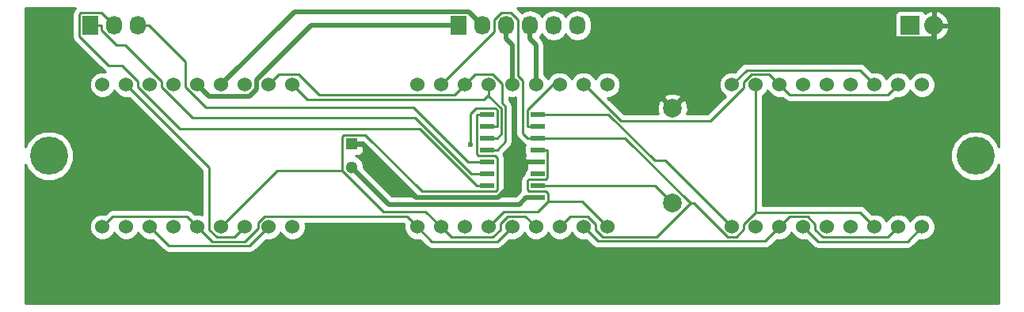
<source format=gbl>
G04 #@! TF.FileFunction,Copper,L2,Bot,Signal*
%FSLAX46Y46*%
G04 Gerber Fmt 4.6, Leading zero omitted, Abs format (unit mm)*
G04 Created by KiCad (PCBNEW (2015-07-22 BZR 5980)-product) date Thursday, August 27, 2015 'AMt' 07:54:42 AM*
%MOMM*%
G01*
G04 APERTURE LIST*
%ADD10C,0.100000*%
%ADD11R,1.300000X1.300000*%
%ADD12C,1.300000*%
%ADD13R,1.727200X2.032000*%
%ADD14O,1.727200X2.032000*%
%ADD15R,2.032000X2.032000*%
%ADD16O,2.032000X2.032000*%
%ADD17C,4.064000*%
%ADD18C,1.998980*%
%ADD19C,1.524000*%
%ADD20R,1.500000X0.600000*%
%ADD21C,0.600000*%
%ADD22C,0.250000*%
%ADD23C,0.500000*%
%ADD24C,0.254000*%
G04 APERTURE END LIST*
D10*
D11*
X114300000Y-106680000D03*
D12*
X114300000Y-109180000D03*
D13*
X86360000Y-93980000D03*
D14*
X88900000Y-93980000D03*
X91440000Y-93980000D03*
D13*
X125730000Y-93980000D03*
D14*
X128270000Y-93980000D03*
X130810000Y-93980000D03*
X133350000Y-93980000D03*
X135890000Y-93980000D03*
X138430000Y-93980000D03*
D15*
X173990000Y-93980000D03*
D16*
X176530000Y-93980000D03*
D17*
X180975000Y-107950000D03*
X81915000Y-107950000D03*
D18*
X148590000Y-102870000D03*
X148590000Y-113030000D03*
D19*
X87630000Y-115570000D03*
X90170000Y-115570000D03*
X92710000Y-115570000D03*
X95250000Y-115570000D03*
X97790000Y-115570000D03*
X100330000Y-115570000D03*
X102870000Y-115570000D03*
X105410000Y-115570000D03*
X107950000Y-115570000D03*
X107950000Y-100330000D03*
X105410000Y-100330000D03*
X102870000Y-100330000D03*
X100330000Y-100330000D03*
X97790000Y-100330000D03*
X95250000Y-100330000D03*
X92710000Y-100330000D03*
X90170000Y-100330000D03*
X87630000Y-100330000D03*
X121285000Y-115570000D03*
X123825000Y-115570000D03*
X126365000Y-115570000D03*
X128905000Y-115570000D03*
X131445000Y-115570000D03*
X133985000Y-115570000D03*
X136525000Y-115570000D03*
X139065000Y-115570000D03*
X141605000Y-115570000D03*
X141605000Y-100330000D03*
X139065000Y-100330000D03*
X136525000Y-100330000D03*
X133985000Y-100330000D03*
X131445000Y-100330000D03*
X128905000Y-100330000D03*
X126365000Y-100330000D03*
X123825000Y-100330000D03*
X121285000Y-100330000D03*
X154940000Y-115570000D03*
X157480000Y-115570000D03*
X160020000Y-115570000D03*
X162560000Y-115570000D03*
X165100000Y-115570000D03*
X167640000Y-115570000D03*
X170180000Y-115570000D03*
X172720000Y-115570000D03*
X175260000Y-115570000D03*
X175260000Y-100330000D03*
X172720000Y-100330000D03*
X170180000Y-100330000D03*
X167640000Y-100330000D03*
X165100000Y-100330000D03*
X162560000Y-100330000D03*
X160020000Y-100330000D03*
X157480000Y-100330000D03*
X154940000Y-100330000D03*
D20*
X128745000Y-112395000D03*
X128745000Y-111125000D03*
X128745000Y-109855000D03*
X128745000Y-108585000D03*
X128745000Y-107315000D03*
X128745000Y-106045000D03*
X128745000Y-104775000D03*
X128745000Y-103505000D03*
X134145000Y-103505000D03*
X134145000Y-104775000D03*
X134145000Y-106045000D03*
X134145000Y-107315000D03*
X134145000Y-108585000D03*
X134145000Y-109855000D03*
X134145000Y-111125000D03*
X134145000Y-112395000D03*
D21*
X127019400Y-106759100D03*
D22*
X96697000Y-114477000D02*
X97790000Y-115570000D01*
X88723000Y-114477000D02*
X96697000Y-114477000D01*
X87630000Y-115570000D02*
X88723000Y-114477000D01*
X129871900Y-117143100D02*
X131445000Y-115570000D01*
X122858100Y-117143100D02*
X129871900Y-117143100D01*
X121285000Y-115570000D02*
X122858100Y-117143100D01*
X147830000Y-108460000D02*
X154940000Y-115570000D01*
X146677100Y-108460000D02*
X147830000Y-108460000D01*
X141722100Y-103505000D02*
X146677100Y-108460000D01*
X134145000Y-103505000D02*
X141722100Y-103505000D01*
X99353500Y-117133500D02*
X97790000Y-115570000D01*
X102871800Y-117133500D02*
X99353500Y-117133500D01*
X104299400Y-115705900D02*
X102871800Y-117133500D01*
X104299400Y-115142800D02*
X104299400Y-115705900D01*
X104959600Y-114482600D02*
X104299400Y-115142800D01*
X120197600Y-114482600D02*
X104959600Y-114482600D01*
X121285000Y-115570000D02*
X120197600Y-114482600D01*
X106341800Y-109558200D02*
X100330000Y-115570000D01*
X113269300Y-109558200D02*
X106341800Y-109558200D01*
X128745000Y-103505000D02*
X127669700Y-103505000D01*
X127669700Y-107794900D02*
X127669700Y-103505000D01*
X127834500Y-107959700D02*
X127669700Y-107794900D01*
X129629800Y-107959700D02*
X127834500Y-107959700D01*
X129820400Y-108150300D02*
X129629800Y-107959700D01*
X129820400Y-111590000D02*
X129820400Y-108150300D01*
X129660000Y-111750400D02*
X129820400Y-111590000D01*
X121793900Y-111750400D02*
X129660000Y-111750400D01*
X115748100Y-105704600D02*
X121793900Y-111750400D01*
X113462200Y-105704600D02*
X115748100Y-105704600D01*
X113269300Y-105897500D02*
X113462200Y-105704600D01*
X113269300Y-109558200D02*
X113269300Y-105897500D01*
X122197400Y-113942400D02*
X123825000Y-115570000D01*
X117653500Y-113942400D02*
X122197400Y-113942400D01*
X113269300Y-109558200D02*
X117653500Y-113942400D01*
X132861900Y-114446900D02*
X133985000Y-115570000D01*
X130986700Y-114446900D02*
X132861900Y-114446900D01*
X130175000Y-115258600D02*
X130986700Y-114446900D01*
X130175000Y-115870000D02*
X130175000Y-115258600D01*
X129352300Y-116692700D02*
X130175000Y-115870000D01*
X124947700Y-116692700D02*
X129352300Y-116692700D01*
X123825000Y-115570000D02*
X124947700Y-116692700D01*
X128745000Y-104775000D02*
X129820300Y-104775000D01*
X161114500Y-114475500D02*
X160020000Y-115570000D01*
X163014700Y-114475500D02*
X161114500Y-114475500D01*
X163830000Y-115290800D02*
X163014700Y-114475500D01*
X163830000Y-115861000D02*
X163830000Y-115290800D01*
X164661700Y-116692700D02*
X163830000Y-115861000D01*
X171597300Y-116692700D02*
X164661700Y-116692700D01*
X172720000Y-115570000D02*
X171597300Y-116692700D01*
X158469200Y-117120800D02*
X160020000Y-115570000D01*
X140615800Y-117120800D02*
X158469200Y-117120800D01*
X139065000Y-115570000D02*
X140615800Y-117120800D01*
X127019400Y-103417400D02*
X127019400Y-106759100D01*
X127583900Y-102852900D02*
X127019400Y-103417400D01*
X129613400Y-102852900D02*
X127583900Y-102852900D01*
X129820300Y-103059800D02*
X129613400Y-102852900D01*
X129820300Y-104775000D02*
X129820300Y-103059800D01*
X94733500Y-117593500D02*
X92710000Y-115570000D01*
X103386500Y-117593500D02*
X94733500Y-117593500D01*
X105410000Y-115570000D02*
X103386500Y-117593500D01*
X173686900Y-117143100D02*
X175260000Y-115570000D01*
X164133100Y-117143100D02*
X173686900Y-117143100D01*
X162560000Y-115570000D02*
X164133100Y-117143100D01*
X134145000Y-107315000D02*
X135220300Y-107315000D01*
X138903100Y-112868100D02*
X141605000Y-115570000D01*
X135272600Y-112868100D02*
X138903100Y-112868100D01*
X135272600Y-112012400D02*
X135272600Y-112868100D01*
X135010600Y-111750400D02*
X135272600Y-112012400D01*
X133260300Y-111750400D02*
X135010600Y-111750400D01*
X133069600Y-111559700D02*
X133260300Y-111750400D01*
X133069600Y-110611000D02*
X133069600Y-111559700D01*
X133200200Y-110480400D02*
X133069600Y-110611000D01*
X135029700Y-110480400D02*
X133200200Y-110480400D01*
X135220300Y-110289800D02*
X135029700Y-110480400D01*
X135220300Y-107315000D02*
X135220300Y-110289800D01*
X130532600Y-113942400D02*
X128905000Y-115570000D01*
X134198300Y-113942400D02*
X130532600Y-113942400D01*
X135272600Y-112868100D02*
X134198300Y-113942400D01*
X129540000Y-94615000D02*
X123825000Y-100330000D01*
X129540000Y-93363800D02*
X129540000Y-94615000D01*
X130322600Y-92581200D02*
X129540000Y-93363800D01*
X131319200Y-92581200D02*
X130322600Y-92581200D01*
X132080000Y-93342000D02*
X131319200Y-92581200D01*
X132080000Y-99427100D02*
X132080000Y-93342000D01*
X132576800Y-99923900D02*
X132080000Y-99427100D01*
X132576800Y-105552100D02*
X132576800Y-99923900D01*
X133069700Y-106045000D02*
X132576800Y-105552100D01*
X134145000Y-106045000D02*
X133069700Y-106045000D01*
X99060000Y-109220000D02*
X90170000Y-100330000D01*
X99060000Y-115870000D02*
X99060000Y-109220000D01*
X99847900Y-116657900D02*
X99060000Y-115870000D01*
X101782100Y-116657900D02*
X99847900Y-116657900D01*
X102870000Y-115570000D02*
X101782100Y-116657900D01*
X157480000Y-113993300D02*
X157480000Y-100330000D01*
X168603300Y-113993300D02*
X170180000Y-115570000D01*
X157480000Y-113993300D02*
X168603300Y-113993300D01*
X143519700Y-106045000D02*
X150509400Y-113034600D01*
X134145000Y-106045000D02*
X143519700Y-106045000D01*
X150866900Y-113034600D02*
X150509400Y-113034600D01*
X154489600Y-116657300D02*
X150866900Y-113034600D01*
X155390500Y-116657300D02*
X154489600Y-116657300D01*
X156210000Y-115837800D02*
X155390500Y-116657300D01*
X156210000Y-115263300D02*
X156210000Y-115837800D01*
X157480000Y-113993300D02*
X156210000Y-115263300D01*
X137616600Y-114478400D02*
X136525000Y-115570000D01*
X139526600Y-114478400D02*
X137616600Y-114478400D01*
X140335000Y-115286800D02*
X139526600Y-114478400D01*
X140335000Y-115870000D02*
X140335000Y-115286800D01*
X141135400Y-116670400D02*
X140335000Y-115870000D01*
X146873600Y-116670400D02*
X141135400Y-116670400D01*
X150509400Y-113034600D02*
X146873600Y-116670400D01*
X128745000Y-106045000D02*
X129820300Y-106045000D01*
X130270600Y-102873200D02*
X128885700Y-101488300D01*
X130270600Y-105594700D02*
X130270600Y-102873200D01*
X129820300Y-106045000D02*
X130270600Y-105594700D01*
X128905000Y-101469000D02*
X128905000Y-100330000D01*
X128885700Y-101488300D02*
X128905000Y-101469000D01*
X128454700Y-101919300D02*
X128885700Y-101488300D01*
X109539300Y-101919300D02*
X128454700Y-101919300D01*
X107950000Y-100330000D02*
X109539300Y-101919300D01*
X171630400Y-101419600D02*
X172720000Y-100330000D01*
X161109600Y-101419600D02*
X171630400Y-101419600D01*
X160020000Y-100330000D02*
X161109600Y-101419600D01*
X128745000Y-107315000D02*
X129820300Y-107315000D01*
X139184000Y-100330000D02*
X139065000Y-100330000D01*
X143058200Y-104204200D02*
X139184000Y-100330000D01*
X152635800Y-104204200D02*
X143058200Y-104204200D01*
X156210000Y-100630000D02*
X152635800Y-104204200D01*
X156210000Y-100045600D02*
X156210000Y-100630000D01*
X157030700Y-99224900D02*
X156210000Y-100045600D01*
X158914900Y-99224900D02*
X157030700Y-99224900D01*
X160020000Y-100330000D02*
X158914900Y-99224900D01*
X127461300Y-99233700D02*
X126365000Y-100330000D01*
X129371200Y-99233700D02*
X127461300Y-99233700D01*
X130329200Y-100191700D02*
X129371200Y-99233700D01*
X130329200Y-102294900D02*
X130329200Y-100191700D01*
X130720900Y-102686600D02*
X130329200Y-102294900D01*
X130720900Y-106414400D02*
X130720900Y-102686600D01*
X129820300Y-107315000D02*
X130720900Y-106414400D01*
X106524300Y-99215700D02*
X105410000Y-100330000D01*
X108615900Y-99215700D02*
X106524300Y-99215700D01*
X110817600Y-101417400D02*
X108615900Y-99215700D01*
X125277600Y-101417400D02*
X110817600Y-101417400D01*
X126365000Y-100330000D02*
X125277600Y-101417400D01*
X156495500Y-98774500D02*
X154940000Y-100330000D01*
X168624500Y-98774500D02*
X156495500Y-98774500D01*
X170180000Y-100330000D02*
X168624500Y-98774500D01*
X135805200Y-100330000D02*
X136525000Y-100330000D01*
X133069700Y-103065500D02*
X135805200Y-100330000D01*
X133069700Y-104775000D02*
X133069700Y-103065500D01*
X134145000Y-104775000D02*
X133069700Y-104775000D01*
D23*
X126803600Y-92513600D02*
X128270000Y-93980000D01*
X108146400Y-92513600D02*
X126803600Y-92513600D01*
X100330000Y-100330000D02*
X108146400Y-92513600D01*
X109982000Y-93980000D02*
X125730000Y-93980000D01*
X104140000Y-99822000D02*
X109982000Y-93980000D01*
X104140000Y-100798200D02*
X104140000Y-99822000D01*
X103386700Y-101551500D02*
X104140000Y-100798200D01*
X99011500Y-101551500D02*
X103386700Y-101551500D01*
X97790000Y-100330000D02*
X99011500Y-101551500D01*
X133985000Y-96081300D02*
X133350000Y-95446300D01*
X133985000Y-100330000D02*
X133985000Y-96081300D01*
X133350000Y-93980000D02*
X133350000Y-95446300D01*
X131445000Y-96081300D02*
X130810000Y-95446300D01*
X131445000Y-100330000D02*
X131445000Y-96081300D01*
X130810000Y-93980000D02*
X130810000Y-95446300D01*
X156013700Y-95446300D02*
X176530000Y-95446300D01*
X148590000Y-102870000D02*
X156013700Y-95446300D01*
X176530000Y-93980000D02*
X176530000Y-95446300D01*
X121115300Y-112395000D02*
X115400300Y-106680000D01*
X128745000Y-112395000D02*
X121115300Y-112395000D01*
X114300000Y-106680000D02*
X115400300Y-106680000D01*
X132944700Y-109395600D02*
X129945300Y-112395000D01*
X132944700Y-108585000D02*
X132944700Y-109395600D01*
X134145000Y-108585000D02*
X132944700Y-108585000D01*
X128745000Y-112395000D02*
X129945300Y-112395000D01*
X118265400Y-113145400D02*
X114300000Y-109180000D01*
X132194300Y-113145400D02*
X118265400Y-113145400D01*
X132944700Y-112395000D02*
X132194300Y-113145400D01*
X134145000Y-112395000D02*
X132944700Y-112395000D01*
D22*
X128745000Y-109855000D02*
X127669700Y-109855000D01*
X86360000Y-93980000D02*
X87548900Y-93980000D01*
X127032800Y-109855000D02*
X127669700Y-109855000D01*
X121054900Y-103877100D02*
X127032800Y-109855000D01*
X97246000Y-103877100D02*
X121054900Y-103877100D01*
X93980000Y-100611100D02*
X97246000Y-103877100D01*
X93980000Y-100012300D02*
X93980000Y-100611100D01*
X90040000Y-96072300D02*
X93980000Y-100012300D01*
X89121100Y-96072300D02*
X90040000Y-96072300D01*
X87548900Y-94500100D02*
X89121100Y-96072300D01*
X87548900Y-93980000D02*
X87548900Y-94500100D01*
X128745000Y-111125000D02*
X127669700Y-111125000D01*
X127665900Y-111125000D02*
X127669700Y-111125000D01*
X121600500Y-105059600D02*
X127665900Y-111125000D01*
X95869600Y-105059600D02*
X121600500Y-105059600D01*
X91389200Y-100579200D02*
X95869600Y-105059600D01*
X91389200Y-99972100D02*
X91389200Y-100579200D01*
X89689300Y-98272200D02*
X91389200Y-99972100D01*
X88277200Y-98272200D02*
X89689300Y-98272200D01*
X85171000Y-95166000D02*
X88277200Y-98272200D01*
X85171000Y-92773100D02*
X85171000Y-95166000D01*
X85305500Y-92638600D02*
X85171000Y-92773100D01*
X87558600Y-92638600D02*
X85305500Y-92638600D01*
X88900000Y-93980000D02*
X87558600Y-92638600D01*
X96520000Y-97871100D02*
X92628900Y-93980000D01*
X96520000Y-100608100D02*
X96520000Y-97871100D01*
X98671800Y-102759900D02*
X96520000Y-100608100D01*
X120892900Y-102759900D02*
X98671800Y-102759900D01*
X126718000Y-108585000D02*
X120892900Y-102759900D01*
X128745000Y-108585000D02*
X126718000Y-108585000D01*
X91440000Y-93980000D02*
X92628900Y-93980000D01*
X146685000Y-111125000D02*
X148590000Y-113030000D01*
X134145000Y-111125000D02*
X146685000Y-111125000D01*
D24*
G36*
X84633599Y-92235699D02*
X84468852Y-92482261D01*
X84411000Y-92773100D01*
X84411000Y-95166000D01*
X84468852Y-95456839D01*
X84633599Y-95703401D01*
X87739799Y-98809601D01*
X87950685Y-98950510D01*
X87909100Y-98933243D01*
X87353339Y-98932758D01*
X86839697Y-99144990D01*
X86446371Y-99537630D01*
X86233243Y-100050900D01*
X86232758Y-100606661D01*
X86444990Y-101120303D01*
X86837630Y-101513629D01*
X87350900Y-101726757D01*
X87906661Y-101727242D01*
X88420303Y-101515010D01*
X88813629Y-101122370D01*
X88899949Y-100914488D01*
X88984990Y-101120303D01*
X89377630Y-101513629D01*
X89890900Y-101726757D01*
X90446661Y-101727242D01*
X90479055Y-101713857D01*
X98300000Y-109534802D01*
X98300000Y-114269121D01*
X98069100Y-114173243D01*
X97513339Y-114172758D01*
X97480945Y-114186143D01*
X97234401Y-113939599D01*
X96987839Y-113774852D01*
X96697000Y-113717000D01*
X88723000Y-113717000D01*
X88480414Y-113765254D01*
X88432160Y-113774852D01*
X88185599Y-113939599D01*
X87939381Y-114185817D01*
X87909100Y-114173243D01*
X87353339Y-114172758D01*
X86839697Y-114384990D01*
X86446371Y-114777630D01*
X86233243Y-115290900D01*
X86232758Y-115846661D01*
X86444990Y-116360303D01*
X86837630Y-116753629D01*
X87350900Y-116966757D01*
X87906661Y-116967242D01*
X88420303Y-116755010D01*
X88813629Y-116362370D01*
X88899949Y-116154488D01*
X88984990Y-116360303D01*
X89377630Y-116753629D01*
X89890900Y-116966757D01*
X90446661Y-116967242D01*
X90960303Y-116755010D01*
X91353629Y-116362370D01*
X91439949Y-116154488D01*
X91524990Y-116360303D01*
X91917630Y-116753629D01*
X92430900Y-116966757D01*
X92986661Y-116967242D01*
X93019055Y-116953857D01*
X94196099Y-118130901D01*
X94442661Y-118295648D01*
X94733500Y-118353500D01*
X103386500Y-118353500D01*
X103677339Y-118295648D01*
X103923901Y-118130901D01*
X105100619Y-116954183D01*
X105130900Y-116966757D01*
X105686661Y-116967242D01*
X106200303Y-116755010D01*
X106593629Y-116362370D01*
X106679949Y-116154488D01*
X106764990Y-116360303D01*
X107157630Y-116753629D01*
X107670900Y-116966757D01*
X108226661Y-116967242D01*
X108740303Y-116755010D01*
X109133629Y-116362370D01*
X109346757Y-115849100D01*
X109347242Y-115293339D01*
X109326277Y-115242600D01*
X119882798Y-115242600D01*
X119900817Y-115260619D01*
X119888243Y-115290900D01*
X119887758Y-115846661D01*
X120099990Y-116360303D01*
X120492630Y-116753629D01*
X121005900Y-116966757D01*
X121561661Y-116967242D01*
X121594055Y-116953857D01*
X122320699Y-117680501D01*
X122567260Y-117845248D01*
X122858100Y-117903100D01*
X129871900Y-117903100D01*
X130162739Y-117845248D01*
X130409301Y-117680501D01*
X131135619Y-116954183D01*
X131165900Y-116966757D01*
X131721661Y-116967242D01*
X132235303Y-116755010D01*
X132628629Y-116362370D01*
X132714949Y-116154488D01*
X132799990Y-116360303D01*
X133192630Y-116753629D01*
X133705900Y-116966757D01*
X134261661Y-116967242D01*
X134775303Y-116755010D01*
X135168629Y-116362370D01*
X135254949Y-116154488D01*
X135339990Y-116360303D01*
X135732630Y-116753629D01*
X136245900Y-116966757D01*
X136801661Y-116967242D01*
X137315303Y-116755010D01*
X137708629Y-116362370D01*
X137794949Y-116154488D01*
X137879990Y-116360303D01*
X138272630Y-116753629D01*
X138785900Y-116966757D01*
X139341661Y-116967242D01*
X139374055Y-116953857D01*
X140078399Y-117658201D01*
X140324960Y-117822948D01*
X140615800Y-117880800D01*
X158469200Y-117880800D01*
X158760039Y-117822948D01*
X159006601Y-117658201D01*
X159710619Y-116954183D01*
X159740900Y-116966757D01*
X160296661Y-116967242D01*
X160810303Y-116755010D01*
X161203629Y-116362370D01*
X161289949Y-116154488D01*
X161374990Y-116360303D01*
X161767630Y-116753629D01*
X162280900Y-116966757D01*
X162836661Y-116967242D01*
X162869055Y-116953857D01*
X163595699Y-117680501D01*
X163842260Y-117845248D01*
X164133100Y-117903100D01*
X173686900Y-117903100D01*
X173977739Y-117845248D01*
X174224301Y-117680501D01*
X174950619Y-116954183D01*
X174980900Y-116966757D01*
X175536661Y-116967242D01*
X176050303Y-116755010D01*
X176443629Y-116362370D01*
X176656757Y-115849100D01*
X176657242Y-115293339D01*
X176445010Y-114779697D01*
X176052370Y-114386371D01*
X175539100Y-114173243D01*
X174983339Y-114172758D01*
X174469697Y-114384990D01*
X174076371Y-114777630D01*
X173990051Y-114985512D01*
X173905010Y-114779697D01*
X173512370Y-114386371D01*
X172999100Y-114173243D01*
X172443339Y-114172758D01*
X171929697Y-114384990D01*
X171536371Y-114777630D01*
X171450051Y-114985512D01*
X171365010Y-114779697D01*
X170972370Y-114386371D01*
X170459100Y-114173243D01*
X169903339Y-114172758D01*
X169870945Y-114186143D01*
X169140701Y-113455899D01*
X168894139Y-113291152D01*
X168603300Y-113233300D01*
X158240000Y-113233300D01*
X158240000Y-101527531D01*
X158270303Y-101515010D01*
X158663629Y-101122370D01*
X158749949Y-100914488D01*
X158834990Y-101120303D01*
X159227630Y-101513629D01*
X159740900Y-101726757D01*
X160296661Y-101727242D01*
X160329055Y-101713857D01*
X160572199Y-101957001D01*
X160818761Y-102121748D01*
X161109600Y-102179600D01*
X171630400Y-102179600D01*
X171921239Y-102121748D01*
X172167801Y-101957001D01*
X172410619Y-101714183D01*
X172440900Y-101726757D01*
X172996661Y-101727242D01*
X173510303Y-101515010D01*
X173903629Y-101122370D01*
X173989949Y-100914488D01*
X174074990Y-101120303D01*
X174467630Y-101513629D01*
X174980900Y-101726757D01*
X175536661Y-101727242D01*
X176050303Y-101515010D01*
X176443629Y-101122370D01*
X176656757Y-100609100D01*
X176657242Y-100053339D01*
X176445010Y-99539697D01*
X176052370Y-99146371D01*
X175539100Y-98933243D01*
X174983339Y-98932758D01*
X174469697Y-99144990D01*
X174076371Y-99537630D01*
X173990051Y-99745512D01*
X173905010Y-99539697D01*
X173512370Y-99146371D01*
X172999100Y-98933243D01*
X172443339Y-98932758D01*
X171929697Y-99144990D01*
X171536371Y-99537630D01*
X171450051Y-99745512D01*
X171365010Y-99539697D01*
X170972370Y-99146371D01*
X170459100Y-98933243D01*
X169903339Y-98932758D01*
X169870945Y-98946143D01*
X169161901Y-98237099D01*
X168915339Y-98072352D01*
X168624500Y-98014500D01*
X156495500Y-98014500D01*
X156204660Y-98072352D01*
X155958099Y-98237099D01*
X155249381Y-98945817D01*
X155219100Y-98933243D01*
X154663339Y-98932758D01*
X154149697Y-99144990D01*
X153756371Y-99537630D01*
X153543243Y-100050900D01*
X153542758Y-100606661D01*
X153754990Y-101120303D01*
X154147630Y-101513629D01*
X154221073Y-101544125D01*
X152320998Y-103444200D01*
X150120321Y-103444200D01*
X150235401Y-103134418D01*
X150211341Y-102484623D01*
X150008965Y-101996042D01*
X149742163Y-101897443D01*
X148769605Y-102870000D01*
X148783748Y-102884142D01*
X148604143Y-103063748D01*
X148590000Y-103049605D01*
X148575858Y-103063748D01*
X148396252Y-102884142D01*
X148410395Y-102870000D01*
X147437837Y-101897443D01*
X147171035Y-101996042D01*
X146944599Y-102605582D01*
X146968659Y-103255377D01*
X147046872Y-103444200D01*
X143373002Y-103444200D01*
X141655847Y-101727045D01*
X141881661Y-101727242D01*
X141904422Y-101717837D01*
X147617443Y-101717837D01*
X148590000Y-102690395D01*
X149562557Y-101717837D01*
X149463958Y-101451035D01*
X148854418Y-101224599D01*
X148204623Y-101248659D01*
X147716042Y-101451035D01*
X147617443Y-101717837D01*
X141904422Y-101717837D01*
X142395303Y-101515010D01*
X142788629Y-101122370D01*
X143001757Y-100609100D01*
X143002242Y-100053339D01*
X142790010Y-99539697D01*
X142397370Y-99146371D01*
X141884100Y-98933243D01*
X141328339Y-98932758D01*
X140814697Y-99144990D01*
X140421371Y-99537630D01*
X140335051Y-99745512D01*
X140250010Y-99539697D01*
X139857370Y-99146371D01*
X139344100Y-98933243D01*
X138788339Y-98932758D01*
X138274697Y-99144990D01*
X137881371Y-99537630D01*
X137795051Y-99745512D01*
X137710010Y-99539697D01*
X137317370Y-99146371D01*
X136804100Y-98933243D01*
X136248339Y-98932758D01*
X135734697Y-99144990D01*
X135341371Y-99537630D01*
X135255051Y-99745512D01*
X135170010Y-99539697D01*
X134870000Y-99239163D01*
X134870000Y-96081305D01*
X134870001Y-96081300D01*
X134802634Y-95742626D01*
X134697963Y-95585975D01*
X134610790Y-95455510D01*
X134610787Y-95455508D01*
X134391701Y-95236422D01*
X134409670Y-95224415D01*
X134620000Y-94909634D01*
X134830330Y-95224415D01*
X135316511Y-95549271D01*
X135890000Y-95663345D01*
X136463489Y-95549271D01*
X136949670Y-95224415D01*
X137160000Y-94909634D01*
X137370330Y-95224415D01*
X137856511Y-95549271D01*
X138430000Y-95663345D01*
X139003489Y-95549271D01*
X139489670Y-95224415D01*
X139814526Y-94738234D01*
X139928600Y-94164745D01*
X139928600Y-93795255D01*
X139814526Y-93221766D01*
X139642293Y-92964000D01*
X172326560Y-92964000D01*
X172326560Y-94996000D01*
X172373537Y-95238123D01*
X172513327Y-95450927D01*
X172724360Y-95593377D01*
X172974000Y-95643440D01*
X175006000Y-95643440D01*
X175248123Y-95596463D01*
X175460927Y-95456673D01*
X175568738Y-95296957D01*
X175665182Y-95386385D01*
X176147056Y-95585975D01*
X176403000Y-95466836D01*
X176403000Y-94107000D01*
X176657000Y-94107000D01*
X176657000Y-95466836D01*
X176912944Y-95585975D01*
X177394818Y-95386385D01*
X177867188Y-94948379D01*
X178135983Y-94362946D01*
X178017367Y-94107000D01*
X176657000Y-94107000D01*
X176403000Y-94107000D01*
X176403000Y-94107000D01*
X176383000Y-94107000D01*
X176383000Y-93853000D01*
X176403000Y-93853000D01*
X176403000Y-92493164D01*
X176657000Y-92493164D01*
X176657000Y-93853000D01*
X178017367Y-93853000D01*
X178135983Y-93597054D01*
X177867188Y-93011621D01*
X177394818Y-92573615D01*
X176912944Y-92374025D01*
X176657000Y-92493164D01*
X176403000Y-92493164D01*
X176403000Y-92493164D01*
X176147056Y-92374025D01*
X175665182Y-92573615D01*
X175568164Y-92663575D01*
X175466673Y-92509073D01*
X175255640Y-92366623D01*
X175006000Y-92316560D01*
X172974000Y-92316560D01*
X172731877Y-92363537D01*
X172519073Y-92503327D01*
X172376623Y-92714360D01*
X172326560Y-92964000D01*
X139642293Y-92964000D01*
X139489670Y-92735585D01*
X139003489Y-92410729D01*
X138430000Y-92296655D01*
X137856511Y-92410729D01*
X137370330Y-92735585D01*
X137160000Y-93050366D01*
X136949670Y-92735585D01*
X136463489Y-92410729D01*
X135890000Y-92296655D01*
X135316511Y-92410729D01*
X134830330Y-92735585D01*
X134620000Y-93050366D01*
X134409670Y-92735585D01*
X133923489Y-92410729D01*
X133350000Y-92296655D01*
X132776511Y-92410729D01*
X132445024Y-92632222D01*
X131937802Y-92125000D01*
X183465000Y-92125000D01*
X183465000Y-106992337D01*
X183237291Y-106441239D01*
X182487707Y-105690345D01*
X181507827Y-105283464D01*
X180446828Y-105282538D01*
X179466239Y-105687709D01*
X178715345Y-106437293D01*
X178308464Y-107417173D01*
X178307538Y-108478172D01*
X178712709Y-109458761D01*
X179462293Y-110209655D01*
X180442173Y-110616536D01*
X181503172Y-110617462D01*
X182483761Y-110212291D01*
X183234655Y-109462707D01*
X183465000Y-108907974D01*
X183465000Y-123775000D01*
X79425000Y-123775000D01*
X79425000Y-108907663D01*
X79652709Y-109458761D01*
X80402293Y-110209655D01*
X81382173Y-110616536D01*
X82443172Y-110617462D01*
X83423761Y-110212291D01*
X84174655Y-109462707D01*
X84581536Y-108482827D01*
X84582462Y-107421828D01*
X84177291Y-106441239D01*
X83427707Y-105690345D01*
X82447827Y-105283464D01*
X81386828Y-105282538D01*
X80406239Y-105687709D01*
X79655345Y-106437293D01*
X79425000Y-106992026D01*
X79425000Y-92125000D01*
X84744298Y-92125000D01*
X84633599Y-92235699D01*
X84633599Y-92235699D01*
G37*
X84633599Y-92235699D02*
X84468852Y-92482261D01*
X84411000Y-92773100D01*
X84411000Y-95166000D01*
X84468852Y-95456839D01*
X84633599Y-95703401D01*
X87739799Y-98809601D01*
X87950685Y-98950510D01*
X87909100Y-98933243D01*
X87353339Y-98932758D01*
X86839697Y-99144990D01*
X86446371Y-99537630D01*
X86233243Y-100050900D01*
X86232758Y-100606661D01*
X86444990Y-101120303D01*
X86837630Y-101513629D01*
X87350900Y-101726757D01*
X87906661Y-101727242D01*
X88420303Y-101515010D01*
X88813629Y-101122370D01*
X88899949Y-100914488D01*
X88984990Y-101120303D01*
X89377630Y-101513629D01*
X89890900Y-101726757D01*
X90446661Y-101727242D01*
X90479055Y-101713857D01*
X98300000Y-109534802D01*
X98300000Y-114269121D01*
X98069100Y-114173243D01*
X97513339Y-114172758D01*
X97480945Y-114186143D01*
X97234401Y-113939599D01*
X96987839Y-113774852D01*
X96697000Y-113717000D01*
X88723000Y-113717000D01*
X88480414Y-113765254D01*
X88432160Y-113774852D01*
X88185599Y-113939599D01*
X87939381Y-114185817D01*
X87909100Y-114173243D01*
X87353339Y-114172758D01*
X86839697Y-114384990D01*
X86446371Y-114777630D01*
X86233243Y-115290900D01*
X86232758Y-115846661D01*
X86444990Y-116360303D01*
X86837630Y-116753629D01*
X87350900Y-116966757D01*
X87906661Y-116967242D01*
X88420303Y-116755010D01*
X88813629Y-116362370D01*
X88899949Y-116154488D01*
X88984990Y-116360303D01*
X89377630Y-116753629D01*
X89890900Y-116966757D01*
X90446661Y-116967242D01*
X90960303Y-116755010D01*
X91353629Y-116362370D01*
X91439949Y-116154488D01*
X91524990Y-116360303D01*
X91917630Y-116753629D01*
X92430900Y-116966757D01*
X92986661Y-116967242D01*
X93019055Y-116953857D01*
X94196099Y-118130901D01*
X94442661Y-118295648D01*
X94733500Y-118353500D01*
X103386500Y-118353500D01*
X103677339Y-118295648D01*
X103923901Y-118130901D01*
X105100619Y-116954183D01*
X105130900Y-116966757D01*
X105686661Y-116967242D01*
X106200303Y-116755010D01*
X106593629Y-116362370D01*
X106679949Y-116154488D01*
X106764990Y-116360303D01*
X107157630Y-116753629D01*
X107670900Y-116966757D01*
X108226661Y-116967242D01*
X108740303Y-116755010D01*
X109133629Y-116362370D01*
X109346757Y-115849100D01*
X109347242Y-115293339D01*
X109326277Y-115242600D01*
X119882798Y-115242600D01*
X119900817Y-115260619D01*
X119888243Y-115290900D01*
X119887758Y-115846661D01*
X120099990Y-116360303D01*
X120492630Y-116753629D01*
X121005900Y-116966757D01*
X121561661Y-116967242D01*
X121594055Y-116953857D01*
X122320699Y-117680501D01*
X122567260Y-117845248D01*
X122858100Y-117903100D01*
X129871900Y-117903100D01*
X130162739Y-117845248D01*
X130409301Y-117680501D01*
X131135619Y-116954183D01*
X131165900Y-116966757D01*
X131721661Y-116967242D01*
X132235303Y-116755010D01*
X132628629Y-116362370D01*
X132714949Y-116154488D01*
X132799990Y-116360303D01*
X133192630Y-116753629D01*
X133705900Y-116966757D01*
X134261661Y-116967242D01*
X134775303Y-116755010D01*
X135168629Y-116362370D01*
X135254949Y-116154488D01*
X135339990Y-116360303D01*
X135732630Y-116753629D01*
X136245900Y-116966757D01*
X136801661Y-116967242D01*
X137315303Y-116755010D01*
X137708629Y-116362370D01*
X137794949Y-116154488D01*
X137879990Y-116360303D01*
X138272630Y-116753629D01*
X138785900Y-116966757D01*
X139341661Y-116967242D01*
X139374055Y-116953857D01*
X140078399Y-117658201D01*
X140324960Y-117822948D01*
X140615800Y-117880800D01*
X158469200Y-117880800D01*
X158760039Y-117822948D01*
X159006601Y-117658201D01*
X159710619Y-116954183D01*
X159740900Y-116966757D01*
X160296661Y-116967242D01*
X160810303Y-116755010D01*
X161203629Y-116362370D01*
X161289949Y-116154488D01*
X161374990Y-116360303D01*
X161767630Y-116753629D01*
X162280900Y-116966757D01*
X162836661Y-116967242D01*
X162869055Y-116953857D01*
X163595699Y-117680501D01*
X163842260Y-117845248D01*
X164133100Y-117903100D01*
X173686900Y-117903100D01*
X173977739Y-117845248D01*
X174224301Y-117680501D01*
X174950619Y-116954183D01*
X174980900Y-116966757D01*
X175536661Y-116967242D01*
X176050303Y-116755010D01*
X176443629Y-116362370D01*
X176656757Y-115849100D01*
X176657242Y-115293339D01*
X176445010Y-114779697D01*
X176052370Y-114386371D01*
X175539100Y-114173243D01*
X174983339Y-114172758D01*
X174469697Y-114384990D01*
X174076371Y-114777630D01*
X173990051Y-114985512D01*
X173905010Y-114779697D01*
X173512370Y-114386371D01*
X172999100Y-114173243D01*
X172443339Y-114172758D01*
X171929697Y-114384990D01*
X171536371Y-114777630D01*
X171450051Y-114985512D01*
X171365010Y-114779697D01*
X170972370Y-114386371D01*
X170459100Y-114173243D01*
X169903339Y-114172758D01*
X169870945Y-114186143D01*
X169140701Y-113455899D01*
X168894139Y-113291152D01*
X168603300Y-113233300D01*
X158240000Y-113233300D01*
X158240000Y-101527531D01*
X158270303Y-101515010D01*
X158663629Y-101122370D01*
X158749949Y-100914488D01*
X158834990Y-101120303D01*
X159227630Y-101513629D01*
X159740900Y-101726757D01*
X160296661Y-101727242D01*
X160329055Y-101713857D01*
X160572199Y-101957001D01*
X160818761Y-102121748D01*
X161109600Y-102179600D01*
X171630400Y-102179600D01*
X171921239Y-102121748D01*
X172167801Y-101957001D01*
X172410619Y-101714183D01*
X172440900Y-101726757D01*
X172996661Y-101727242D01*
X173510303Y-101515010D01*
X173903629Y-101122370D01*
X173989949Y-100914488D01*
X174074990Y-101120303D01*
X174467630Y-101513629D01*
X174980900Y-101726757D01*
X175536661Y-101727242D01*
X176050303Y-101515010D01*
X176443629Y-101122370D01*
X176656757Y-100609100D01*
X176657242Y-100053339D01*
X176445010Y-99539697D01*
X176052370Y-99146371D01*
X175539100Y-98933243D01*
X174983339Y-98932758D01*
X174469697Y-99144990D01*
X174076371Y-99537630D01*
X173990051Y-99745512D01*
X173905010Y-99539697D01*
X173512370Y-99146371D01*
X172999100Y-98933243D01*
X172443339Y-98932758D01*
X171929697Y-99144990D01*
X171536371Y-99537630D01*
X171450051Y-99745512D01*
X171365010Y-99539697D01*
X170972370Y-99146371D01*
X170459100Y-98933243D01*
X169903339Y-98932758D01*
X169870945Y-98946143D01*
X169161901Y-98237099D01*
X168915339Y-98072352D01*
X168624500Y-98014500D01*
X156495500Y-98014500D01*
X156204660Y-98072352D01*
X155958099Y-98237099D01*
X155249381Y-98945817D01*
X155219100Y-98933243D01*
X154663339Y-98932758D01*
X154149697Y-99144990D01*
X153756371Y-99537630D01*
X153543243Y-100050900D01*
X153542758Y-100606661D01*
X153754990Y-101120303D01*
X154147630Y-101513629D01*
X154221073Y-101544125D01*
X152320998Y-103444200D01*
X150120321Y-103444200D01*
X150235401Y-103134418D01*
X150211341Y-102484623D01*
X150008965Y-101996042D01*
X149742163Y-101897443D01*
X148769605Y-102870000D01*
X148783748Y-102884142D01*
X148604143Y-103063748D01*
X148590000Y-103049605D01*
X148575858Y-103063748D01*
X148396252Y-102884142D01*
X148410395Y-102870000D01*
X147437837Y-101897443D01*
X147171035Y-101996042D01*
X146944599Y-102605582D01*
X146968659Y-103255377D01*
X147046872Y-103444200D01*
X143373002Y-103444200D01*
X141655847Y-101727045D01*
X141881661Y-101727242D01*
X141904422Y-101717837D01*
X147617443Y-101717837D01*
X148590000Y-102690395D01*
X149562557Y-101717837D01*
X149463958Y-101451035D01*
X148854418Y-101224599D01*
X148204623Y-101248659D01*
X147716042Y-101451035D01*
X147617443Y-101717837D01*
X141904422Y-101717837D01*
X142395303Y-101515010D01*
X142788629Y-101122370D01*
X143001757Y-100609100D01*
X143002242Y-100053339D01*
X142790010Y-99539697D01*
X142397370Y-99146371D01*
X141884100Y-98933243D01*
X141328339Y-98932758D01*
X140814697Y-99144990D01*
X140421371Y-99537630D01*
X140335051Y-99745512D01*
X140250010Y-99539697D01*
X139857370Y-99146371D01*
X139344100Y-98933243D01*
X138788339Y-98932758D01*
X138274697Y-99144990D01*
X137881371Y-99537630D01*
X137795051Y-99745512D01*
X137710010Y-99539697D01*
X137317370Y-99146371D01*
X136804100Y-98933243D01*
X136248339Y-98932758D01*
X135734697Y-99144990D01*
X135341371Y-99537630D01*
X135255051Y-99745512D01*
X135170010Y-99539697D01*
X134870000Y-99239163D01*
X134870000Y-96081305D01*
X134870001Y-96081300D01*
X134802634Y-95742626D01*
X134697963Y-95585975D01*
X134610790Y-95455510D01*
X134610787Y-95455508D01*
X134391701Y-95236422D01*
X134409670Y-95224415D01*
X134620000Y-94909634D01*
X134830330Y-95224415D01*
X135316511Y-95549271D01*
X135890000Y-95663345D01*
X136463489Y-95549271D01*
X136949670Y-95224415D01*
X137160000Y-94909634D01*
X137370330Y-95224415D01*
X137856511Y-95549271D01*
X138430000Y-95663345D01*
X139003489Y-95549271D01*
X139489670Y-95224415D01*
X139814526Y-94738234D01*
X139928600Y-94164745D01*
X139928600Y-93795255D01*
X139814526Y-93221766D01*
X139642293Y-92964000D01*
X172326560Y-92964000D01*
X172326560Y-94996000D01*
X172373537Y-95238123D01*
X172513327Y-95450927D01*
X172724360Y-95593377D01*
X172974000Y-95643440D01*
X175006000Y-95643440D01*
X175248123Y-95596463D01*
X175460927Y-95456673D01*
X175568738Y-95296957D01*
X175665182Y-95386385D01*
X176147056Y-95585975D01*
X176403000Y-95466836D01*
X176403000Y-94107000D01*
X176657000Y-94107000D01*
X176657000Y-95466836D01*
X176912944Y-95585975D01*
X177394818Y-95386385D01*
X177867188Y-94948379D01*
X178135983Y-94362946D01*
X178017367Y-94107000D01*
X176657000Y-94107000D01*
X176403000Y-94107000D01*
X176403000Y-94107000D01*
X176383000Y-94107000D01*
X176383000Y-93853000D01*
X176403000Y-93853000D01*
X176403000Y-92493164D01*
X176657000Y-92493164D01*
X176657000Y-93853000D01*
X178017367Y-93853000D01*
X178135983Y-93597054D01*
X177867188Y-93011621D01*
X177394818Y-92573615D01*
X176912944Y-92374025D01*
X176657000Y-92493164D01*
X176403000Y-92493164D01*
X176403000Y-92493164D01*
X176147056Y-92374025D01*
X175665182Y-92573615D01*
X175568164Y-92663575D01*
X175466673Y-92509073D01*
X175255640Y-92366623D01*
X175006000Y-92316560D01*
X172974000Y-92316560D01*
X172731877Y-92363537D01*
X172519073Y-92503327D01*
X172376623Y-92714360D01*
X172326560Y-92964000D01*
X139642293Y-92964000D01*
X139489670Y-92735585D01*
X139003489Y-92410729D01*
X138430000Y-92296655D01*
X137856511Y-92410729D01*
X137370330Y-92735585D01*
X137160000Y-93050366D01*
X136949670Y-92735585D01*
X136463489Y-92410729D01*
X135890000Y-92296655D01*
X135316511Y-92410729D01*
X134830330Y-92735585D01*
X134620000Y-93050366D01*
X134409670Y-92735585D01*
X133923489Y-92410729D01*
X133350000Y-92296655D01*
X132776511Y-92410729D01*
X132445024Y-92632222D01*
X131937802Y-92125000D01*
X183465000Y-92125000D01*
X183465000Y-106992337D01*
X183237291Y-106441239D01*
X182487707Y-105690345D01*
X181507827Y-105283464D01*
X180446828Y-105282538D01*
X179466239Y-105687709D01*
X178715345Y-106437293D01*
X178308464Y-107417173D01*
X178307538Y-108478172D01*
X178712709Y-109458761D01*
X179462293Y-110209655D01*
X180442173Y-110616536D01*
X181503172Y-110617462D01*
X182483761Y-110212291D01*
X183234655Y-109462707D01*
X183465000Y-108907974D01*
X183465000Y-123775000D01*
X79425000Y-123775000D01*
X79425000Y-108907663D01*
X79652709Y-109458761D01*
X80402293Y-110209655D01*
X81382173Y-110616536D01*
X82443172Y-110617462D01*
X83423761Y-110212291D01*
X84174655Y-109462707D01*
X84581536Y-108482827D01*
X84582462Y-107421828D01*
X84177291Y-106441239D01*
X83427707Y-105690345D01*
X82447827Y-105283464D01*
X81386828Y-105282538D01*
X80406239Y-105687709D01*
X79655345Y-106437293D01*
X79425000Y-106992026D01*
X79425000Y-92125000D01*
X84744298Y-92125000D01*
X84633599Y-92235699D01*
G36*
X121229098Y-112260400D02*
X118631979Y-112260400D01*
X115584972Y-109213392D01*
X115585223Y-108925519D01*
X115390005Y-108453057D01*
X115028845Y-108091265D01*
X114724765Y-107965000D01*
X115076310Y-107965000D01*
X115309699Y-107868327D01*
X115488327Y-107689698D01*
X115585000Y-107456309D01*
X115585000Y-106965750D01*
X115426250Y-106807000D01*
X114427000Y-106807000D01*
X114427000Y-106827000D01*
X114173000Y-106827000D01*
X114173000Y-106807000D01*
X114153000Y-106807000D01*
X114153000Y-106553000D01*
X114173000Y-106553000D01*
X114173000Y-106533000D01*
X114427000Y-106533000D01*
X114427000Y-106553000D01*
X115426250Y-106553000D01*
X115473974Y-106505276D01*
X121229098Y-112260400D01*
X121229098Y-112260400D01*
G37*
X121229098Y-112260400D02*
X118631979Y-112260400D01*
X115584972Y-109213392D01*
X115585223Y-108925519D01*
X115390005Y-108453057D01*
X115028845Y-108091265D01*
X114724765Y-107965000D01*
X115076310Y-107965000D01*
X115309699Y-107868327D01*
X115488327Y-107689698D01*
X115585000Y-107456309D01*
X115585000Y-106965750D01*
X115426250Y-106807000D01*
X114427000Y-106807000D01*
X114427000Y-106827000D01*
X114173000Y-106827000D01*
X114173000Y-106807000D01*
X114153000Y-106807000D01*
X114153000Y-106553000D01*
X114173000Y-106553000D01*
X114173000Y-106533000D01*
X114427000Y-106533000D01*
X114427000Y-106553000D01*
X115426250Y-106553000D01*
X115473974Y-106505276D01*
X121229098Y-112260400D01*
G36*
X131816800Y-105552100D02*
X131874652Y-105842939D01*
X132039399Y-106089501D01*
X132532299Y-106582401D01*
X132778861Y-106747148D01*
X132806240Y-106752594D01*
X132797623Y-106765360D01*
X132747560Y-107015000D01*
X132747560Y-107615000D01*
X132794537Y-107857123D01*
X132849963Y-107941499D01*
X132760000Y-108158690D01*
X132760000Y-108299250D01*
X132918750Y-108458000D01*
X134018000Y-108458000D01*
X134018000Y-108438000D01*
X134272000Y-108438000D01*
X134272000Y-108458000D01*
X134292000Y-108458000D01*
X134292000Y-108712000D01*
X134272000Y-108712000D01*
X134272000Y-108732000D01*
X134018000Y-108732000D01*
X134018000Y-108712000D01*
X132918750Y-108712000D01*
X132760000Y-108870750D01*
X132760000Y-109011310D01*
X132849789Y-109228079D01*
X132797623Y-109305360D01*
X132747560Y-109555000D01*
X132747560Y-109886363D01*
X132662799Y-109942999D01*
X132532199Y-110073599D01*
X132367452Y-110320161D01*
X132309600Y-110611000D01*
X132309600Y-111559700D01*
X132347478Y-111750122D01*
X132318910Y-111769210D01*
X132318908Y-111769213D01*
X131827720Y-112260400D01*
X130224802Y-112260400D01*
X130357801Y-112127401D01*
X130522548Y-111880839D01*
X130580400Y-111590000D01*
X130580400Y-108150300D01*
X130522548Y-107859461D01*
X130453692Y-107756410D01*
X131258301Y-106951801D01*
X131423048Y-106705239D01*
X131480900Y-106414400D01*
X131480900Y-102686600D01*
X131423048Y-102395761D01*
X131423048Y-102395760D01*
X131258301Y-102149199D01*
X131089200Y-101980098D01*
X131089200Y-101694908D01*
X131165900Y-101726757D01*
X131721661Y-101727242D01*
X131816800Y-101687931D01*
X131816800Y-105552100D01*
X131816800Y-105552100D01*
G37*
X131816800Y-105552100D02*
X131874652Y-105842939D01*
X132039399Y-106089501D01*
X132532299Y-106582401D01*
X132778861Y-106747148D01*
X132806240Y-106752594D01*
X132797623Y-106765360D01*
X132747560Y-107015000D01*
X132747560Y-107615000D01*
X132794537Y-107857123D01*
X132849963Y-107941499D01*
X132760000Y-108158690D01*
X132760000Y-108299250D01*
X132918750Y-108458000D01*
X134018000Y-108458000D01*
X134018000Y-108438000D01*
X134272000Y-108438000D01*
X134272000Y-108458000D01*
X134292000Y-108458000D01*
X134292000Y-108712000D01*
X134272000Y-108712000D01*
X134272000Y-108732000D01*
X134018000Y-108732000D01*
X134018000Y-108712000D01*
X132918750Y-108712000D01*
X132760000Y-108870750D01*
X132760000Y-109011310D01*
X132849789Y-109228079D01*
X132797623Y-109305360D01*
X132747560Y-109555000D01*
X132747560Y-109886363D01*
X132662799Y-109942999D01*
X132532199Y-110073599D01*
X132367452Y-110320161D01*
X132309600Y-110611000D01*
X132309600Y-111559700D01*
X132347478Y-111750122D01*
X132318910Y-111769210D01*
X132318908Y-111769213D01*
X131827720Y-112260400D01*
X130224802Y-112260400D01*
X130357801Y-112127401D01*
X130522548Y-111880839D01*
X130580400Y-111590000D01*
X130580400Y-108150300D01*
X130522548Y-107859461D01*
X130453692Y-107756410D01*
X131258301Y-106951801D01*
X131423048Y-106705239D01*
X131480900Y-106414400D01*
X131480900Y-102686600D01*
X131423048Y-102395761D01*
X131423048Y-102395760D01*
X131258301Y-102149199D01*
X131089200Y-101980098D01*
X131089200Y-101694908D01*
X131165900Y-101726757D01*
X131721661Y-101727242D01*
X131816800Y-101687931D01*
X131816800Y-105552100D01*
M02*

</source>
